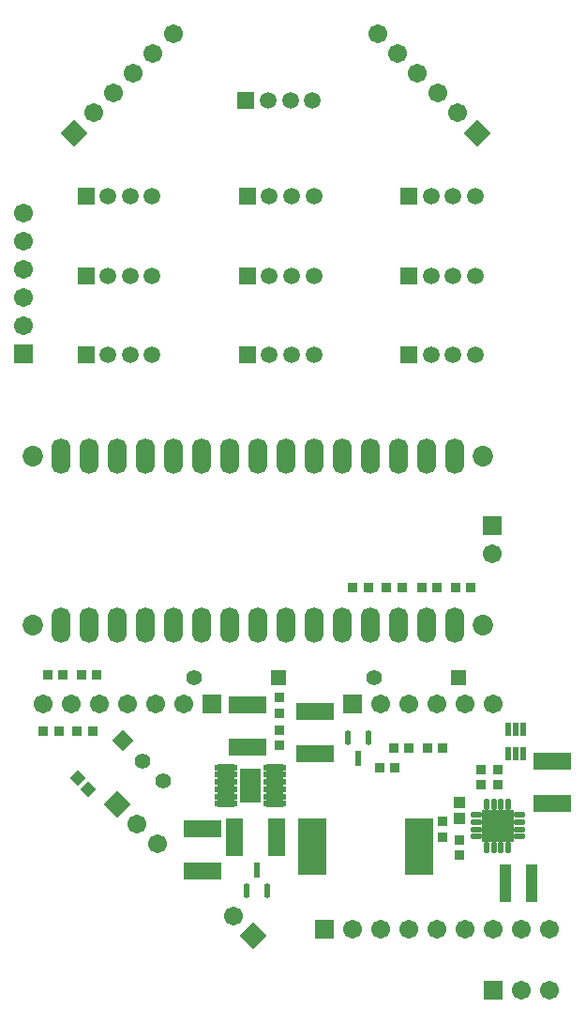
<source format=gbs>
%FSTAX23Y23*%
%MOIN*%
%SFA1B1*%

%IPPOS*%
%AMD15*
4,1,4,0.000000,0.047400,-0.047400,0.000000,0.000000,-0.047400,0.047400,0.000000,0.000000,0.047400,0.0*
%
%AMD18*
4,1,4,0.000000,0.039000,-0.039000,0.000000,0.000000,-0.039000,0.039000,0.000000,0.000000,0.039000,0.0*
%
%AMD20*
4,1,4,-0.047400,0.000000,0.000000,-0.047400,0.047400,0.000000,0.000000,0.047400,-0.047400,0.000000,0.0*
%
%AMD45*
4,1,8,-0.011500,0.015200,-0.011500,-0.015200,0.000000,-0.026700,0.000000,-0.026700,0.011500,-0.015200,0.011500,0.015200,0.000000,0.026700,0.000000,0.026700,-0.011500,0.015200,0.0*
1,1,0.023100,0.000000,0.015200*
1,1,0.023100,0.000000,-0.015200*
1,1,0.023100,0.000000,-0.015200*
1,1,0.023100,0.000000,0.015200*
%
%AMD58*
4,1,4,0.000000,0.026700,-0.026700,0.000000,0.000000,-0.026700,0.026700,0.000000,0.000000,0.026700,0.0*
%
%AMD68*
4,1,8,-0.010300,0.015000,-0.010300,-0.015000,-0.004700,-0.020500,0.004700,-0.020500,0.010300,-0.015000,0.010300,0.015000,0.004700,0.020500,-0.004700,0.020500,-0.010300,0.015000,0.0*
1,1,0.011160,-0.004700,0.015000*
1,1,0.011160,-0.004700,-0.015000*
1,1,0.011160,0.004700,-0.015000*
1,1,0.011160,0.004700,0.015000*
%
%AMD69*
4,1,8,-0.015000,-0.010300,0.015000,-0.010300,0.020500,-0.004700,0.020500,0.004700,0.015000,0.010300,-0.015000,0.010300,-0.020500,0.004700,-0.020500,-0.004700,-0.015000,-0.010300,0.0*
1,1,0.011160,-0.015000,-0.004700*
1,1,0.011160,0.015000,-0.004700*
1,1,0.011160,0.015000,0.004700*
1,1,0.011160,-0.015000,0.004700*
%
%ADD13R,0.067060X0.067060*%
%ADD14C,0.067060*%
G04~CAMADD=15~10~0.0~670.5~0.0~0.0~0.0~0.0~0~0.0~0.0~0.0~0.0~0~0.0~0.0~0.0~0.0~0~0.0~0.0~0.0~405.0~670.5~0.0*
%ADD15D15*%
%ADD16R,0.055240X0.055240*%
%ADD17C,0.055240*%
G04~CAMADD=18~10~0.0~552.5~0.0~0.0~0.0~0.0~0~0.0~0.0~0.0~0.0~0~0.0~0.0~0.0~0.0~0~0.0~0.0~0.0~405.0~552.5~0.0*
%ADD18D18*%
%ADD19R,0.067060X0.067060*%
G04~CAMADD=20~10~0.0~670.5~0.0~0.0~0.0~0.0~0~0.0~0.0~0.0~0.0~0~0.0~0.0~0.0~0.0~0~0.0~0.0~0.0~135.0~670.5~0.0*
%ADD20D20*%
%ADD21R,0.059500X0.059500*%
%ADD22C,0.059500*%
%ADD23O,0.068000X0.126110*%
%ADD24C,0.072960*%
%ADD25C,0.027690*%
%ADD44R,0.023100X0.053490*%
G04~CAMADD=45~8~0.0~0.0~534.9~231.0~115.5~0.0~15~0.0~0.0~0.0~0.0~0~0.0~0.0~0.0~0.0~0~0.0~0.0~0.0~90.0~230.0~533.0*
%ADD45D45*%
%ADD57R,0.038580X0.133860*%
G04~CAMADD=58~10~0.0~380.0~0.0~0.0~0.0~0.0~0~0.0~0.0~0.0~0.0~0~0.0~0.0~0.0~0.0~0~0.0~0.0~0.0~405.0~380.0~0.0*
%ADD58D58*%
%ADD59R,0.038000X0.038000*%
%ADD60R,0.063120X0.137920*%
%ADD61R,0.137920X0.063120*%
%ADD62R,0.077290X0.124140*%
%ADD63O,0.082800X0.025720*%
%ADD64R,0.038000X0.038000*%
%ADD65R,0.023750X0.045400*%
%ADD66R,0.102490X0.204850*%
%ADD67R,0.043430X0.039500*%
G04~CAMADD=68~8~0.0~0.0~410.7~206.0~55.8~0.0~15~0.0~0.0~0.0~0.0~0~0.0~0.0~0.0~0.0~0~0.0~0.0~0.0~90.0~206.0~411.0*
%ADD68D68*%
G04~CAMADD=69~8~0.0~0.0~410.7~206.0~55.8~0.0~15~0.0~0.0~0.0~0.0~0~0.0~0.0~0.0~0.0~0~0.0~0.0~0.0~180.0~411.0~206.0*
%ADD69D69*%
%ADD70R,0.114300X0.114300*%
%LNsolears_v3-1*%
%LPD*%
G54D13*
X0177Y01815D03*
X00104Y02426D03*
G54D14*
X0177Y01715D03*
X00509Y00755D03*
X0058Y00685D03*
X01374Y00381D03*
X01474D03*
X01574D03*
X01674D03*
X01774D03*
X01874D03*
X01974D03*
X01274D03*
X0085Y0043D03*
X01646Y03281D03*
X01576Y03351D03*
X01505Y03422D03*
X01434Y03493D03*
X01363Y03564D03*
X00353Y03281D03*
X00424Y03351D03*
X00495Y03422D03*
X00565Y03493D03*
X00636Y03564D03*
X00104Y02526D03*
Y02626D03*
Y02726D03*
Y02826D03*
Y02926D03*
X00174Y01181D03*
X00274D03*
X00374D03*
X00474D03*
X00674D03*
X00574D03*
X01374D03*
X01474D03*
X01574D03*
X01674D03*
X01774D03*
X01874Y00166D03*
X01974D03*
G54D15*
X00438Y00826D03*
X0092Y00359D03*
X01717Y0321D03*
G54D16*
X0165Y01275D03*
X0101D03*
G54D17*
X0135Y01275D03*
X0071D03*
X00529Y0098D03*
X006Y0091D03*
G54D18*
X00458Y01051D03*
G54D19*
X01174Y00381D03*
X00774Y01181D03*
X01274D03*
X01774Y00166D03*
G54D20*
X00283Y0321D03*
G54D21*
X00326Y02986D03*
Y02704D03*
Y02421D03*
X01474D03*
Y02704D03*
Y02986D03*
X00895Y03326D03*
X009Y02986D03*
Y02704D03*
Y02421D03*
G54D22*
X00405Y02986D03*
X00484D03*
X00562D03*
X00405Y02704D03*
X00484D03*
X00562D03*
X00405Y02421D03*
X00484D03*
X00562D03*
X01553D03*
X01632D03*
X0171D03*
X01553Y02704D03*
X01632D03*
X0171D03*
X01553Y02986D03*
X01632D03*
X0171D03*
X00974Y03326D03*
X01053D03*
X01132D03*
X00979Y02986D03*
X01058D03*
X01136D03*
X00979Y02704D03*
X01058D03*
X01136D03*
X00979Y02421D03*
X01058D03*
X01136D03*
G54D23*
X00239Y01461D03*
X00339D03*
X00439D03*
X00539D03*
X00639D03*
X00739D03*
X00839D03*
X00939D03*
X01039D03*
X01139D03*
X01239D03*
X01339D03*
X01439D03*
X01539D03*
X01639D03*
Y02061D03*
X01539D03*
X01439D03*
X01339D03*
X01239D03*
X01139D03*
X01039D03*
X00939D03*
X00839D03*
X00739D03*
X00639D03*
X00539D03*
X00439D03*
X00339D03*
X00239D03*
G54D24*
X00139Y01461D03*
Y02061D03*
X01739D03*
Y01461D03*
G54D25*
X00932Y00936D03*
X00889D03*
X00932Y00892D03*
X00889D03*
X00932Y00849D03*
X00889D03*
G54D44*
X00935Y00591D03*
X01295Y00988D03*
G54D45*
X00898Y00518D03*
X00971D03*
X01331Y01061D03*
X01258D03*
G54D57*
X01911Y00545D03*
X01818D03*
G54D58*
X00296Y00918D03*
X00335Y0088D03*
G54D59*
X01695Y01595D03*
X0164D03*
X01575D03*
X0152D03*
X0145D03*
X01395D03*
X0133D03*
X01275D03*
X0019Y01285D03*
X00245D03*
X0031Y01286D03*
X00365D03*
X01425Y00955D03*
X0137D03*
X01475Y01025D03*
X0142D03*
X01595D03*
X0154D03*
X00295Y01085D03*
X0035D03*
X00175D03*
X0023D03*
G54D60*
X00855Y0071D03*
X01004D03*
G54D61*
X0074Y0059D03*
Y00739D03*
X0114Y01157D03*
Y01007D03*
X009Y01179D03*
Y0103D03*
X01985Y0083D03*
Y00979D03*
G54D62*
X0091Y00892D03*
G54D63*
X00997Y00956D03*
Y00931D03*
Y00905D03*
Y0088D03*
Y00854D03*
Y00828D03*
X00824Y00956D03*
Y00931D03*
Y00905D03*
Y0088D03*
Y00854D03*
Y00828D03*
G54D64*
X01015Y01035D03*
Y0109D03*
Y0115D03*
Y01205D03*
X0173Y0095D03*
Y00895D03*
X0179Y0095D03*
Y00895D03*
X01595Y0071D03*
Y00765D03*
X01655Y007D03*
Y00645D03*
G54D65*
X01829Y01005D03*
X01855D03*
X0188D03*
Y01091D03*
X01855D03*
X01829D03*
G54D66*
X0113Y00675D03*
X0151D03*
G54D67*
X01655Y00832D03*
Y00777D03*
G54D68*
X01828Y00673D03*
X01802D03*
X01777D03*
X01751D03*
Y00826D03*
X01777D03*
X01802D03*
X01828D03*
G54D69*
X01866Y00788D03*
Y00762D03*
Y00737D03*
Y00711D03*
X01713D03*
Y00737D03*
Y00762D03*
Y00788D03*
G54D70*
X0179Y0075D03*
M02*
</source>
